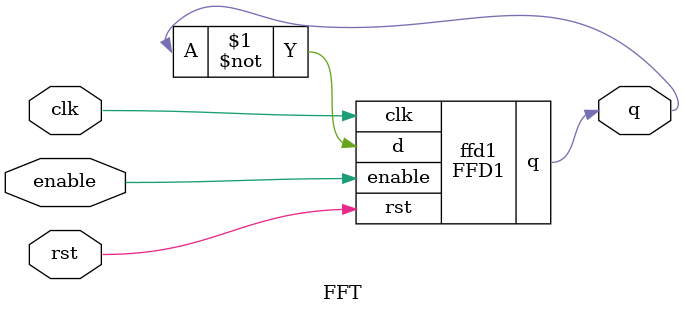
<source format=v>
module FFD1(input clk, rst, enable, d, output reg q);
    always @ (posedge clk or posedge rst) begin
        if (rst)
            q <= 0;
        else if (enable)
            q <= d;
        end 
endmodule

module FFT(input clk, rst, enable, output q);
    FFD1 ffd1(clk, rst, enable, ~q, q);
endmodule



</source>
